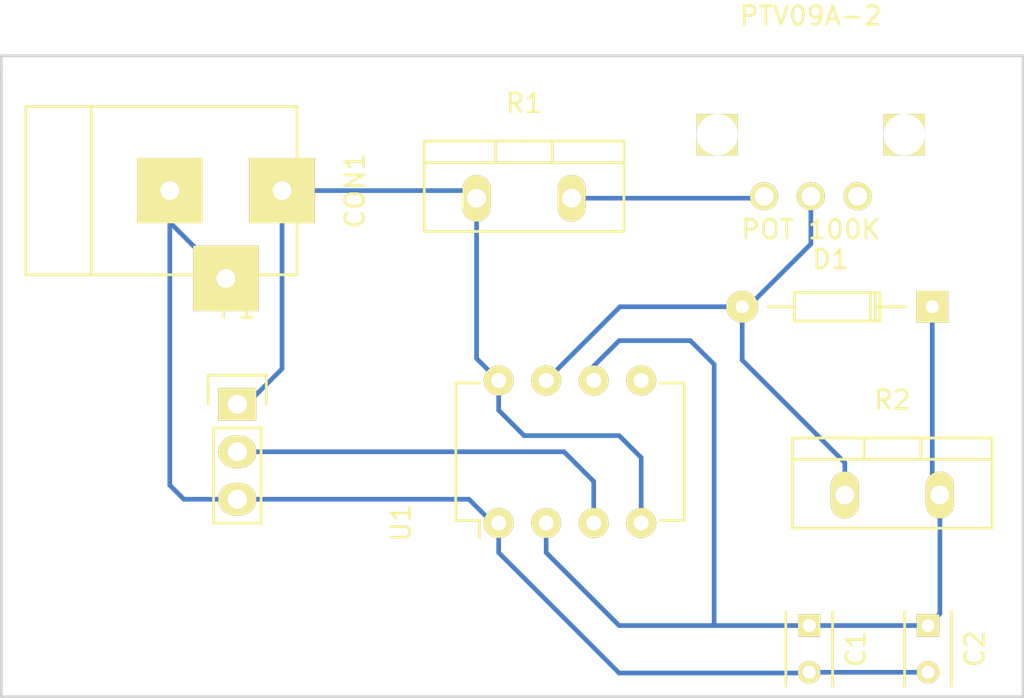
<source format=kicad_pcb>
(kicad_pcb (version 4) (host pcbnew 4.0.1-2.fc23-product)

  (general
    (links 19)
    (no_connects 0)
    (area 128.194999 87.554999 182.955001 121.995001)
    (thickness 1.6)
    (drawings 6)
    (tracks 54)
    (zones 0)
    (modules 9)
    (nets 9)
  )

  (page A4)
  (layers
    (0 F.Cu signal)
    (31 B.Cu signal)
    (32 B.Adhes user)
    (33 F.Adhes user)
    (34 B.Paste user)
    (35 F.Paste user)
    (36 B.SilkS user)
    (37 F.SilkS user)
    (38 B.Mask user)
    (39 F.Mask user)
    (40 Dwgs.User user)
    (41 Cmts.User user)
    (42 Eco1.User user)
    (43 Eco2.User user)
    (44 Edge.Cuts user)
    (45 Margin user)
    (46 B.CrtYd user)
    (47 F.CrtYd user)
    (48 B.Fab user)
    (49 F.Fab user)
  )

  (setup
    (last_trace_width 0.25)
    (trace_clearance 0.2)
    (zone_clearance 0.508)
    (zone_45_only no)
    (trace_min 0.1524)
    (segment_width 0.2)
    (edge_width 0.15)
    (via_size 0.6)
    (via_drill 0.4)
    (via_min_size 0.1778)
    (via_min_drill 0.3556)
    (uvia_size 0.3)
    (uvia_drill 0.1)
    (uvias_allowed no)
    (uvia_min_size 0)
    (uvia_min_drill 0)
    (pcb_text_width 0.3)
    (pcb_text_size 1.5 1.5)
    (mod_edge_width 0.15)
    (mod_text_size 1 1)
    (mod_text_width 0.15)
    (pad_size 3.50012 3.50012)
    (pad_drill 1.00076)
    (pad_to_mask_clearance 0.2)
    (aux_axis_origin 0 0)
    (visible_elements FFFFFF7F)
    (pcbplotparams
      (layerselection 0x010f0_80000001)
      (usegerberextensions true)
      (excludeedgelayer true)
      (linewidth 0.100000)
      (plotframeref false)
      (viasonmask false)
      (mode 1)
      (useauxorigin false)
      (hpglpennumber 1)
      (hpglpenspeed 20)
      (hpglpendiameter 15)
      (hpglpenoverlay 2)
      (psnegative false)
      (psa4output false)
      (plotreference true)
      (plotvalue true)
      (plotinvisibletext false)
      (padsonsilk false)
      (subtractmaskfromsilk false)
      (outputformat 1)
      (mirror false)
      (drillshape 0)
      (scaleselection 1)
      (outputdirectory /home/mxu/Code/servo-drv-555/gerber/))
  )

  (net 0 "")
  (net 1 "Net-(C1-Pad1)")
  (net 2 GND)
  (net 3 +5V)
  (net 4 "Net-(D1-Pad2)")
  (net 5 "Net-(P1-Pad2)")
  (net 6 "Net-(PTV09A-2-Pad1)")
  (net 7 "Net-(PTV09A-2-Pad3)")
  (net 8 "Net-(U1-Pad5)")

  (net_class Default "This is the default net class."
    (clearance 0.2)
    (trace_width 0.25)
    (via_dia 0.6)
    (via_drill 0.4)
    (uvia_dia 0.3)
    (uvia_drill 0.1)
    (add_net +5V)
    (add_net GND)
    (add_net "Net-(C1-Pad1)")
    (add_net "Net-(D1-Pad2)")
    (add_net "Net-(P1-Pad2)")
    (add_net "Net-(PTV09A-2-Pad1)")
    (add_net "Net-(PTV09A-2-Pad3)")
    (add_net "Net-(U1-Pad5)")
  )

  (module Housings_DIP:DIP-8_W7.62mm (layer F.Cu) (tedit 54130A77) (tstamp 56AB1ED0)
    (at 154.8511 112.6236 90)
    (descr "8-lead dip package, row spacing 7.62 mm (300 mils)")
    (tags "dil dip 2.54 300")
    (path /56AAE8DF)
    (fp_text reference U1 (at 0 -5.22 90) (layer F.SilkS)
      (effects (font (size 1 1) (thickness 0.15)))
    )
    (fp_text value LM555N (at 0 -3.72 90) (layer F.Fab)
      (effects (font (size 1 1) (thickness 0.15)))
    )
    (fp_line (start -1.05 -2.45) (end -1.05 10.1) (layer F.CrtYd) (width 0.05))
    (fp_line (start 8.65 -2.45) (end 8.65 10.1) (layer F.CrtYd) (width 0.05))
    (fp_line (start -1.05 -2.45) (end 8.65 -2.45) (layer F.CrtYd) (width 0.05))
    (fp_line (start -1.05 10.1) (end 8.65 10.1) (layer F.CrtYd) (width 0.05))
    (fp_line (start 0.135 -2.295) (end 0.135 -1.025) (layer F.SilkS) (width 0.15))
    (fp_line (start 7.485 -2.295) (end 7.485 -1.025) (layer F.SilkS) (width 0.15))
    (fp_line (start 7.485 9.915) (end 7.485 8.645) (layer F.SilkS) (width 0.15))
    (fp_line (start 0.135 9.915) (end 0.135 8.645) (layer F.SilkS) (width 0.15))
    (fp_line (start 0.135 -2.295) (end 7.485 -2.295) (layer F.SilkS) (width 0.15))
    (fp_line (start 0.135 9.915) (end 7.485 9.915) (layer F.SilkS) (width 0.15))
    (fp_line (start 0.135 -1.025) (end -0.8 -1.025) (layer F.SilkS) (width 0.15))
    (pad 1 thru_hole oval (at 0 0 90) (size 1.6 1.6) (drill 0.8) (layers *.Cu *.Mask F.SilkS)
      (net 2 GND))
    (pad 2 thru_hole oval (at 0 2.54 90) (size 1.6 1.6) (drill 0.8) (layers *.Cu *.Mask F.SilkS)
      (net 1 "Net-(C1-Pad1)"))
    (pad 3 thru_hole oval (at 0 5.08 90) (size 1.6 1.6) (drill 0.8) (layers *.Cu *.Mask F.SilkS)
      (net 5 "Net-(P1-Pad2)"))
    (pad 4 thru_hole oval (at 0 7.62 90) (size 1.6 1.6) (drill 0.8) (layers *.Cu *.Mask F.SilkS)
      (net 3 +5V))
    (pad 5 thru_hole oval (at 7.62 7.62 90) (size 1.6 1.6) (drill 0.8) (layers *.Cu *.Mask F.SilkS)
      (net 8 "Net-(U1-Pad5)"))
    (pad 6 thru_hole oval (at 7.62 5.08 90) (size 1.6 1.6) (drill 0.8) (layers *.Cu *.Mask F.SilkS)
      (net 1 "Net-(C1-Pad1)"))
    (pad 7 thru_hole oval (at 7.62 2.54 90) (size 1.6 1.6) (drill 0.8) (layers *.Cu *.Mask F.SilkS)
      (net 4 "Net-(D1-Pad2)"))
    (pad 8 thru_hole oval (at 7.62 0 90) (size 1.6 1.6) (drill 0.8) (layers *.Cu *.Mask F.SilkS)
      (net 3 +5V))
    (model Housings_DIP.3dshapes/DIP-8_W7.62mm.wrl
      (at (xyz 0 0 0))
      (scale (xyz 1 1 1))
      (rotate (xyz 0 0 0))
    )
  )

  (module Capacitors_ThroughHole:C_Rect_L4_W2.5_P2.5 (layer F.Cu) (tedit 0) (tstamp 56AB1E95)
    (at 171.45 118.11 270)
    (descr "Film Capacitor Length 4mm x Width 2.5mm, Pitch 2.5mm")
    (tags Capacitor)
    (path /56AAEB62)
    (fp_text reference C1 (at 1.25 -2.5 270) (layer F.SilkS)
      (effects (font (size 1 1) (thickness 0.15)))
    )
    (fp_text value "10 n" (at 1.25 2.5 270) (layer F.Fab)
      (effects (font (size 1 1) (thickness 0.15)))
    )
    (fp_line (start -1 -1.5) (end 3.5 -1.5) (layer F.CrtYd) (width 0.05))
    (fp_line (start 3.5 -1.5) (end 3.5 1.5) (layer F.CrtYd) (width 0.05))
    (fp_line (start 3.5 1.5) (end -1 1.5) (layer F.CrtYd) (width 0.05))
    (fp_line (start -1 1.5) (end -1 -1.5) (layer F.CrtYd) (width 0.05))
    (fp_line (start -0.75 -1.25) (end 3.25 -1.25) (layer F.SilkS) (width 0.15))
    (fp_line (start -0.75 1.25) (end 3.25 1.25) (layer F.SilkS) (width 0.15))
    (pad 1 thru_hole rect (at 0 0 270) (size 1.2 1.2) (drill 0.7) (layers *.Cu *.Mask F.SilkS)
      (net 1 "Net-(C1-Pad1)"))
    (pad 2 thru_hole circle (at 2.5 0 270) (size 1.2 1.2) (drill 0.7) (layers *.Cu *.Mask F.SilkS)
      (net 2 GND))
  )

  (module Capacitors_ThroughHole:C_Rect_L4_W2.5_P2.5 (layer F.Cu) (tedit 0) (tstamp 56AB1E9B)
    (at 177.8 118.11 270)
    (descr "Film Capacitor Length 4mm x Width 2.5mm, Pitch 2.5mm")
    (tags Capacitor)
    (path /56AAEAEB)
    (fp_text reference C2 (at 1.25 -2.5 270) (layer F.SilkS)
      (effects (font (size 1 1) (thickness 0.15)))
    )
    (fp_text value "10 n" (at 1.25 2.5 270) (layer F.Fab)
      (effects (font (size 1 1) (thickness 0.15)))
    )
    (fp_line (start -1 -1.5) (end 3.5 -1.5) (layer F.CrtYd) (width 0.05))
    (fp_line (start 3.5 -1.5) (end 3.5 1.5) (layer F.CrtYd) (width 0.05))
    (fp_line (start 3.5 1.5) (end -1 1.5) (layer F.CrtYd) (width 0.05))
    (fp_line (start -1 1.5) (end -1 -1.5) (layer F.CrtYd) (width 0.05))
    (fp_line (start -0.75 -1.25) (end 3.25 -1.25) (layer F.SilkS) (width 0.15))
    (fp_line (start -0.75 1.25) (end 3.25 1.25) (layer F.SilkS) (width 0.15))
    (pad 1 thru_hole rect (at 0 0 270) (size 1.2 1.2) (drill 0.7) (layers *.Cu *.Mask F.SilkS)
      (net 1 "Net-(C1-Pad1)"))
    (pad 2 thru_hole circle (at 2.5 0 270) (size 1.2 1.2) (drill 0.7) (layers *.Cu *.Mask F.SilkS)
      (net 2 GND))
  )

  (module Connect:BARREL_JACK (layer F.Cu) (tedit 56ABCA03) (tstamp 56AB1EA2)
    (at 137.0711 94.8436)
    (descr "DC Barrel Jack")
    (tags "Power Jack")
    (path /56AAFB98)
    (fp_text reference CON1 (at 10.09904 0 90) (layer F.SilkS)
      (effects (font (size 1 1) (thickness 0.15)))
    )
    (fp_text value BARREL_JACK (at 0 -5.99948) (layer F.Fab)
      (effects (font (size 1 1) (thickness 0.15)))
    )
    (fp_line (start -4.0005 -4.50088) (end -4.0005 4.50088) (layer F.SilkS) (width 0.15))
    (fp_line (start -7.50062 -4.50088) (end -7.50062 4.50088) (layer F.SilkS) (width 0.15))
    (fp_line (start -7.50062 4.50088) (end 7.00024 4.50088) (layer F.SilkS) (width 0.15))
    (fp_line (start 7.00024 4.50088) (end 7.00024 -4.50088) (layer F.SilkS) (width 0.15))
    (fp_line (start 7.00024 -4.50088) (end -7.50062 -4.50088) (layer F.SilkS) (width 0.15))
    (pad 1 thru_hole rect (at 6.20014 0) (size 3.50012 3.50012) (drill 1.00076) (layers *.Cu *.Mask F.SilkS)
      (net 3 +5V))
    (pad 2 thru_hole rect (at 0.20066 0) (size 3.50012 3.50012) (drill 1.00076) (layers *.Cu *.Mask F.SilkS)
      (net 2 GND))
    (pad 3 thru_hole rect (at 3.2004 4.699) (size 3.50012 3.50012) (drill 1.00076) (layers *.Cu *.Mask F.SilkS)
      (net 2 GND))
  )

  (module Diodes_ThroughHole:Diode_DO-35_SOD27_Horizontal_RM10 (layer F.Cu) (tedit 552FFC30) (tstamp 56AB1EA8)
    (at 178.0286 101.0539 180)
    (descr "Diode, DO-35,  SOD27, Horizontal, RM 10mm")
    (tags "Diode, DO-35, SOD27, Horizontal, RM 10mm, 1N4148,")
    (path /56AAE96E)
    (fp_text reference D1 (at 5.43052 2.53746 180) (layer F.SilkS)
      (effects (font (size 1 1) (thickness 0.15)))
    )
    (fp_text value 1N4148 (at 4.41452 -3.55854 180) (layer F.Fab)
      (effects (font (size 1 1) (thickness 0.15)))
    )
    (fp_line (start 7.36652 -0.00254) (end 8.76352 -0.00254) (layer F.SilkS) (width 0.15))
    (fp_line (start 2.92152 -0.00254) (end 1.39752 -0.00254) (layer F.SilkS) (width 0.15))
    (fp_line (start 3.30252 -0.76454) (end 3.30252 0.75946) (layer F.SilkS) (width 0.15))
    (fp_line (start 3.04852 -0.76454) (end 3.04852 0.75946) (layer F.SilkS) (width 0.15))
    (fp_line (start 2.79452 -0.00254) (end 2.79452 0.75946) (layer F.SilkS) (width 0.15))
    (fp_line (start 2.79452 0.75946) (end 7.36652 0.75946) (layer F.SilkS) (width 0.15))
    (fp_line (start 7.36652 0.75946) (end 7.36652 -0.76454) (layer F.SilkS) (width 0.15))
    (fp_line (start 7.36652 -0.76454) (end 2.79452 -0.76454) (layer F.SilkS) (width 0.15))
    (fp_line (start 2.79452 -0.76454) (end 2.79452 -0.00254) (layer F.SilkS) (width 0.15))
    (pad 2 thru_hole circle (at 10.16052 -0.00254) (size 1.69926 1.69926) (drill 0.70104) (layers *.Cu *.Mask F.SilkS)
      (net 4 "Net-(D1-Pad2)"))
    (pad 1 thru_hole rect (at 0.00052 -0.00254) (size 1.69926 1.69926) (drill 0.70104) (layers *.Cu *.Mask F.SilkS)
      (net 1 "Net-(C1-Pad1)"))
    (model Diodes_ThroughHole.3dshapes/Diode_DO-35_SOD27_Horizontal_RM10.wrl
      (at (xyz 0.2 0 0))
      (scale (xyz 0.4 0.4 0.4))
      (rotate (xyz 0 0 180))
    )
  )

  (module Pin_Headers:Pin_Header_Straight_1x03 (layer F.Cu) (tedit 0) (tstamp 56AB1EAF)
    (at 140.8811 106.2736)
    (descr "Through hole pin header")
    (tags "pin header")
    (path /56AAFDF2)
    (fp_text reference P1 (at 0 -5.1) (layer F.SilkS)
      (effects (font (size 1 1) (thickness 0.15)))
    )
    (fp_text value CONN_01X03 (at 0 -3.1) (layer F.Fab)
      (effects (font (size 1 1) (thickness 0.15)))
    )
    (fp_line (start -1.75 -1.75) (end -1.75 6.85) (layer F.CrtYd) (width 0.05))
    (fp_line (start 1.75 -1.75) (end 1.75 6.85) (layer F.CrtYd) (width 0.05))
    (fp_line (start -1.75 -1.75) (end 1.75 -1.75) (layer F.CrtYd) (width 0.05))
    (fp_line (start -1.75 6.85) (end 1.75 6.85) (layer F.CrtYd) (width 0.05))
    (fp_line (start -1.27 1.27) (end -1.27 6.35) (layer F.SilkS) (width 0.15))
    (fp_line (start -1.27 6.35) (end 1.27 6.35) (layer F.SilkS) (width 0.15))
    (fp_line (start 1.27 6.35) (end 1.27 1.27) (layer F.SilkS) (width 0.15))
    (fp_line (start 1.55 -1.55) (end 1.55 0) (layer F.SilkS) (width 0.15))
    (fp_line (start 1.27 1.27) (end -1.27 1.27) (layer F.SilkS) (width 0.15))
    (fp_line (start -1.55 0) (end -1.55 -1.55) (layer F.SilkS) (width 0.15))
    (fp_line (start -1.55 -1.55) (end 1.55 -1.55) (layer F.SilkS) (width 0.15))
    (pad 1 thru_hole rect (at 0 0) (size 2.032 1.7272) (drill 1.016) (layers *.Cu *.Mask F.SilkS)
      (net 3 +5V))
    (pad 2 thru_hole oval (at 0 2.54) (size 2.032 1.7272) (drill 1.016) (layers *.Cu *.Mask F.SilkS)
      (net 5 "Net-(P1-Pad2)"))
    (pad 3 thru_hole oval (at 0 5.08) (size 2.032 1.7272) (drill 1.016) (layers *.Cu *.Mask F.SilkS)
      (net 2 GND))
    (model Pin_Headers.3dshapes/Pin_Header_Straight_1x03.wrl
      (at (xyz 0 -0.1 0))
      (scale (xyz 1 1 1))
      (rotate (xyz 0 0 90))
    )
  )

  (module local_lib:PTV09A-2-TOP (layer F.Cu) (tedit 56ABC9CA) (tstamp 56AB1EB8)
    (at 171.5389 91.8464)
    (path /56AAF04E)
    (fp_text reference PTV09A-2 (at 0 -6.35) (layer F.SilkS)
      (effects (font (size 1 1) (thickness 0.15)))
    )
    (fp_text value "POT 100K" (at 0 5.08) (layer F.SilkS)
      (effects (font (size 1 1) (thickness 0.15)))
    )
    (pad 1 thru_hole circle (at -2.5 3.3 180) (size 1.5 1.5) (drill 1) (layers *.Cu *.Mask F.SilkS)
      (net 6 "Net-(PTV09A-2-Pad1)"))
    (pad 2 thru_hole circle (at 0 3.3 180) (size 1.5 1.5) (drill 1) (layers *.Cu *.Mask F.SilkS)
      (net 4 "Net-(D1-Pad2)"))
    (pad 3 thru_hole circle (at 2.5 3.3 180) (size 1.5 1.5) (drill 1) (layers *.Cu *.Mask F.SilkS)
      (net 7 "Net-(PTV09A-2-Pad3)"))
    (pad "" np_thru_hole rect (at 5 0) (size 2.2 2.2) (drill 2.2) (layers *.Cu *.Mask F.SilkS))
    (pad "" np_thru_hole rect (at -5 0) (size 2.2 2.2) (drill 2.2) (layers *.Cu *.Mask F.SilkS))
  )

  (module Resistors_ThroughHole:Resistor_TO-220_Vertical (layer F.Cu) (tedit 0) (tstamp 56AB1EBE)
    (at 156.21 95.25)
    (descr "Resistor, TO-220, Vertical,")
    (tags "Resistor, TO-220, Vertical,")
    (path /56AAEA01)
    (fp_text reference R1 (at 0 -5.08) (layer F.SilkS)
      (effects (font (size 1 1) (thickness 0.15)))
    )
    (fp_text value 56K (at 0 3.81) (layer F.Fab)
      (effects (font (size 1 1) (thickness 0.15)))
    )
    (fp_line (start -1.524 -3.048) (end -1.524 -1.905) (layer F.SilkS) (width 0.15))
    (fp_line (start 1.524 -3.048) (end 1.524 -1.905) (layer F.SilkS) (width 0.15))
    (fp_line (start 5.334 -1.905) (end 5.334 1.778) (layer F.SilkS) (width 0.15))
    (fp_line (start 5.334 1.778) (end -5.334 1.778) (layer F.SilkS) (width 0.15))
    (fp_line (start -5.334 1.778) (end -5.334 -1.905) (layer F.SilkS) (width 0.15))
    (fp_line (start 5.334 -3.048) (end 5.334 -1.905) (layer F.SilkS) (width 0.15))
    (fp_line (start 5.334 -1.905) (end -5.334 -1.905) (layer F.SilkS) (width 0.15))
    (fp_line (start -5.334 -1.905) (end -5.334 -3.048) (layer F.SilkS) (width 0.15))
    (fp_line (start 0 -3.048) (end -5.334 -3.048) (layer F.SilkS) (width 0.15))
    (fp_line (start 0 -3.048) (end 5.334 -3.048) (layer F.SilkS) (width 0.15))
    (pad 1 thru_hole oval (at -2.54 0 90) (size 2.49936 1.50114) (drill 1.00076) (layers *.Cu *.Mask F.SilkS)
      (net 3 +5V))
    (pad 2 thru_hole oval (at 2.54 0 90) (size 2.49936 1.50114) (drill 1.00076) (layers *.Cu *.Mask F.SilkS)
      (net 6 "Net-(PTV09A-2-Pad1)"))
  )

  (module Resistors_ThroughHole:Resistor_TO-220_Vertical (layer F.Cu) (tedit 0) (tstamp 56AB1EC4)
    (at 175.895 111.125)
    (descr "Resistor, TO-220, Vertical,")
    (tags "Resistor, TO-220, Vertical,")
    (path /56AAEA88)
    (fp_text reference R2 (at 0 -5.08) (layer F.SilkS)
      (effects (font (size 1 1) (thickness 0.15)))
    )
    (fp_text value 1.6M (at 0 3.81) (layer F.Fab)
      (effects (font (size 1 1) (thickness 0.15)))
    )
    (fp_line (start -1.524 -3.048) (end -1.524 -1.905) (layer F.SilkS) (width 0.15))
    (fp_line (start 1.524 -3.048) (end 1.524 -1.905) (layer F.SilkS) (width 0.15))
    (fp_line (start 5.334 -1.905) (end 5.334 1.778) (layer F.SilkS) (width 0.15))
    (fp_line (start 5.334 1.778) (end -5.334 1.778) (layer F.SilkS) (width 0.15))
    (fp_line (start -5.334 1.778) (end -5.334 -1.905) (layer F.SilkS) (width 0.15))
    (fp_line (start 5.334 -3.048) (end 5.334 -1.905) (layer F.SilkS) (width 0.15))
    (fp_line (start 5.334 -1.905) (end -5.334 -1.905) (layer F.SilkS) (width 0.15))
    (fp_line (start -5.334 -1.905) (end -5.334 -3.048) (layer F.SilkS) (width 0.15))
    (fp_line (start 0 -3.048) (end -5.334 -3.048) (layer F.SilkS) (width 0.15))
    (fp_line (start 0 -3.048) (end 5.334 -3.048) (layer F.SilkS) (width 0.15))
    (pad 1 thru_hole oval (at -2.54 0 90) (size 2.49936 1.50114) (drill 1.00076) (layers *.Cu *.Mask F.SilkS)
      (net 4 "Net-(D1-Pad2)"))
    (pad 2 thru_hole oval (at 2.54 0 90) (size 2.49936 1.50114) (drill 1.00076) (layers *.Cu *.Mask F.SilkS)
      (net 1 "Net-(C1-Pad1)"))
  )

  (gr_line (start 182.88 87.63) (end 182.88 88.9) (angle 90) (layer Edge.Cuts) (width 0.15))
  (gr_line (start 128.27 87.63) (end 128.27 88.9) (angle 90) (layer Edge.Cuts) (width 0.15))
  (gr_line (start 182.88 87.63) (end 128.27 87.63) (angle 90) (layer Edge.Cuts) (width 0.15))
  (gr_line (start 182.88 121.92) (end 182.88 88.9) (angle 90) (layer Edge.Cuts) (width 0.15))
  (gr_line (start 128.27 121.92) (end 182.88 121.92) (angle 90) (layer Edge.Cuts) (width 0.15))
  (gr_line (start 128.27 88.9) (end 128.27 121.92) (angle 90) (layer Edge.Cuts) (width 0.15))

  (segment (start 159.9311 105.0036) (end 159.9311 104.2289) (width 0.25) (layer B.Cu) (net 1) (status 30))
  (segment (start 159.9311 104.2289) (end 161.29 102.87) (width 0.25) (layer B.Cu) (net 1) (tstamp 56AB2100) (status 10))
  (segment (start 161.29 102.87) (end 165.1 102.87) (width 0.25) (layer B.Cu) (net 1) (tstamp 56AB2101))
  (segment (start 165.1 102.87) (end 166.37 104.14) (width 0.25) (layer B.Cu) (net 1) (tstamp 56AB2103))
  (segment (start 166.37 104.14) (end 166.37 118.11) (width 0.25) (layer B.Cu) (net 1) (tstamp 56AB2105))
  (segment (start 178.02808 101.05644) (end 178.02808 110.71808) (width 0.25) (layer B.Cu) (net 1) (status 30))
  (segment (start 178.02808 110.71808) (end 178.435 111.125) (width 0.25) (layer B.Cu) (net 1) (tstamp 56AB20C1) (status 30))
  (segment (start 178.435 111.125) (end 178.435 117.475) (width 0.25) (layer B.Cu) (net 1) (status 10))
  (segment (start 178.435 117.475) (end 177.8 118.11) (width 0.25) (layer B.Cu) (net 1) (tstamp 56AB20BB) (status 20))
  (segment (start 171.45 118.11) (end 177.8 118.11) (width 0.25) (layer B.Cu) (net 1) (status 30))
  (segment (start 157.3911 112.6236) (end 157.3911 114.2111) (width 0.25) (layer B.Cu) (net 1) (status 10))
  (segment (start 161.29 118.11) (end 166.37 118.11) (width 0.25) (layer B.Cu) (net 1) (tstamp 56AB20B3))
  (segment (start 166.37 118.11) (end 171.45 118.11) (width 0.25) (layer B.Cu) (net 1) (tstamp 56AB2109) (status 20))
  (segment (start 157.3911 114.2111) (end 161.29 118.11) (width 0.25) (layer B.Cu) (net 1) (tstamp 56AB20B2))
  (segment (start 178.02808 110.71808) (end 178.435 111.125) (width 0.25) (layer F.Cu) (net 1) (tstamp 56AB2037) (status 30))
  (segment (start 140.8811 111.3536) (end 138.0236 111.3536) (width 0.25) (layer B.Cu) (net 2) (status 10))
  (segment (start 137.27176 110.60176) (end 137.27176 94.8436) (width 0.25) (layer B.Cu) (net 2) (tstamp 56AB20F9) (status 20))
  (segment (start 138.0236 111.3536) (end 137.27176 110.60176) (width 0.25) (layer B.Cu) (net 2) (tstamp 56AB20F8))
  (segment (start 137.27176 94.8436) (end 137.27176 96.54286) (width 0.25) (layer B.Cu) (net 2) (status 30))
  (segment (start 137.27176 96.54286) (end 140.2715 99.5426) (width 0.25) (layer B.Cu) (net 2) (tstamp 56AB20F3) (status 30))
  (segment (start 154.8511 112.6236) (end 154.8511 114.2111) (width 0.25) (layer B.Cu) (net 2) (status 10))
  (segment (start 161.29 120.65) (end 171.41 120.65) (width 0.25) (layer B.Cu) (net 2) (tstamp 56AB20E8) (status 20))
  (segment (start 154.8511 114.2111) (end 161.29 120.65) (width 0.25) (layer B.Cu) (net 2) (tstamp 56AB20E6))
  (segment (start 171.41 120.65) (end 171.45 120.61) (width 0.25) (layer B.Cu) (net 2) (tstamp 56AB20E9) (status 30))
  (segment (start 171.45 120.61) (end 177.8 120.61) (width 0.25) (layer B.Cu) (net 2) (tstamp 56AB20EA) (status 30))
  (segment (start 154.8511 112.6236) (end 154.5336 112.6236) (width 0.25) (layer B.Cu) (net 2) (status 30))
  (segment (start 154.5336 112.6236) (end 153.2636 111.3536) (width 0.25) (layer B.Cu) (net 2) (tstamp 56AB20E1) (status 10))
  (segment (start 153.2636 111.3536) (end 140.8811 111.3536) (width 0.25) (layer B.Cu) (net 2) (tstamp 56AB20E2) (status 20))
  (segment (start 143.27124 94.8436) (end 153.2636 94.8436) (width 0.25) (layer B.Cu) (net 3) (status 30))
  (segment (start 153.2636 94.8436) (end 153.67 95.25) (width 0.25) (layer B.Cu) (net 3) (tstamp 56ABB310) (status 30))
  (segment (start 153.67 95.25) (end 153.67 103.8225) (width 0.25) (layer B.Cu) (net 3) (tstamp 56ABB313) (status 10))
  (segment (start 153.67 103.8225) (end 154.8511 105.0036) (width 0.25) (layer B.Cu) (net 3) (tstamp 56ABB316) (status 20))
  (segment (start 140.8811 106.2736) (end 141.3764 106.2736) (width 0.25) (layer B.Cu) (net 3) (status 30))
  (segment (start 141.3764 106.2736) (end 143.27124 104.37876) (width 0.25) (layer B.Cu) (net 3) (tstamp 56AB20A4) (status 10))
  (segment (start 143.27124 104.37876) (end 143.27124 94.8436) (width 0.25) (layer B.Cu) (net 3) (tstamp 56AB20A5) (status 20))
  (segment (start 154.8511 105.0036) (end 154.8511 106.5911) (width 0.25) (layer B.Cu) (net 3) (tstamp 56AB209A) (status 10))
  (segment (start 162.4711 109.1311) (end 162.4711 112.6236) (width 0.25) (layer B.Cu) (net 3) (tstamp 56AB20A1) (status 20))
  (segment (start 161.29 107.95) (end 162.4711 109.1311) (width 0.25) (layer B.Cu) (net 3) (tstamp 56AB209F))
  (segment (start 156.21 107.95) (end 161.29 107.95) (width 0.25) (layer B.Cu) (net 3) (tstamp 56AB209D))
  (segment (start 154.8511 106.5911) (end 156.21 107.95) (width 0.25) (layer B.Cu) (net 3) (tstamp 56AB209B))
  (segment (start 143.67764 95.25) (end 143.27124 94.8436) (width 0.25) (layer F.Cu) (net 3) (tstamp 56AB2047) (status 30))
  (segment (start 171.5389 95.1464) (end 171.5389 97.7011) (width 0.25) (layer B.Cu) (net 4) (status 10))
  (segment (start 171.5389 97.7011) (end 168.18356 101.05644) (width 0.25) (layer B.Cu) (net 4) (tstamp 56AB20D2) (status 20))
  (segment (start 168.18356 101.05644) (end 167.86808 101.05644) (width 0.25) (layer B.Cu) (net 4) (tstamp 56AB20D3) (status 30))
  (segment (start 167.86808 101.05644) (end 167.86808 103.91192) (width 0.25) (layer B.Cu) (net 4) (status 10))
  (segment (start 173.355 109.39884) (end 173.355 111.125) (width 0.25) (layer B.Cu) (net 4) (tstamp 56AB20CE) (status 20))
  (segment (start 167.86808 103.91192) (end 173.355 109.39884) (width 0.25) (layer B.Cu) (net 4) (tstamp 56AB20CD))
  (segment (start 167.86808 101.05644) (end 161.33826 101.05644) (width 0.25) (layer B.Cu) (net 4) (status 10))
  (segment (start 161.33826 101.05644) (end 157.3911 105.0036) (width 0.25) (layer B.Cu) (net 4) (tstamp 56AB20C9) (status 20))
  (segment (start 159.9311 112.6236) (end 159.9311 110.4011) (width 0.25) (layer B.Cu) (net 5) (status 10))
  (segment (start 158.3436 108.8136) (end 140.8811 108.8136) (width 0.25) (layer B.Cu) (net 5) (tstamp 56AB20AE) (status 20))
  (segment (start 159.9311 110.4011) (end 158.3436 108.8136) (width 0.25) (layer B.Cu) (net 5) (tstamp 56AB20AD))
  (segment (start 158.75 95.25) (end 168.9353 95.25) (width 0.25) (layer B.Cu) (net 6) (status 30))
  (segment (start 168.9353 95.25) (end 169.0389 95.1464) (width 0.25) (layer B.Cu) (net 6) (tstamp 56ABB322) (status 30))

)

</source>
